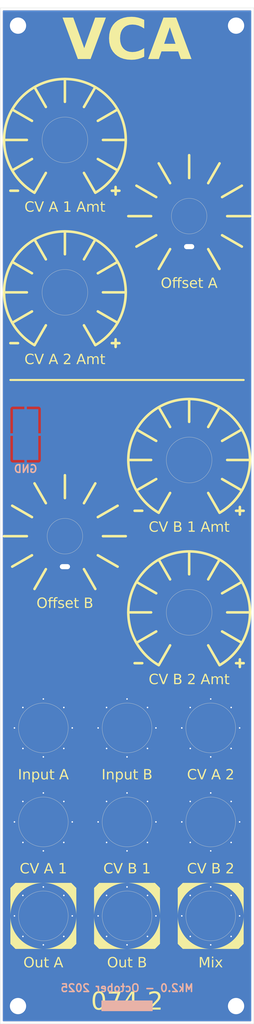
<source format=kicad_pcb>
(kicad_pcb (version 20241229) (generator "pcbnew") (generator_version "9.0")
  (title_block (title "Kosmo Format Front Panel - 5 cm") (company "DMH Instruments"))
  (layers (0 "F.Cu" signal) (2 "B.Cu" signal) (13 "F.Paste" user) (15 "B.Paste" user) (5 "F.SilkS" user "F.Silkscreen") (7 "B.SilkS" user "B.Silkscreen") (1 "F.Mask" user) (3 "B.Mask" user) (25 "Edge.Cuts" user))
  (net 0 "")
  (net 1 "GND")
  (footprint "SynthStuff:Jack_6.35mm_Cutout_v3" (layer "F.Cu") (at 58.5 190.25)
    (property "Reference" "H9")
    (property "Value" "CV A 1" (at 0 9.3 0) (layer "F.SilkS") (effects (font (size 2 2))))
    (fp_circle (center 0 0) (end 0 -4.9) (stroke (width 0.05)) (fill no) (layer "Edge.Cuts"))
    (pad "1" thru_hole circle (at -5.7 0) (size 0.5 0.5) (drill 0.3) (layers "*.Cu" "*.Mask") (net 1 "GND"))
    (pad "1" thru_hole circle (at -4.04 -4.03) (size 0.5 0.5) (drill 0.3) (layers "*.Cu" "*.Mask") (net 1 "GND"))
    (pad "1" thru_hole circle (at -4.03 4.04) (size 0.5 0.5) (drill 0.3) (layers "*.Cu" "*.Mask") (net 1 "GND"))
    (pad "1" thru_hole circle (at 0 -5.7) (size 0.5 0.5) (drill 0.3) (layers "*.Cu" "*.Mask") (net 1 "GND"))
    (pad "1" connect circle (at 0 0) (size 12 12) (layers "F.Cu" "F.Mask") (net 1 "GND"))
    (pad "1" connect circle (at 0 0) (size 12 12) (layers "B.Cu" "B.Mask") (net 1 "GND"))
    (pad "1" thru_hole circle (at 0 5.7) (size 0.5 0.5) (drill 0.3) (layers "*.Cu" "*.Mask") (net 1 "GND"))
    (pad "1" thru_hole circle (at 4.03 4.04) (size 0.5 0.5) (drill 0.3) (layers "*.Cu" "*.Mask") (net 1 "GND"))
    (pad "1" thru_hole circle (at 4.04 -4.03) (size 0.5 0.5) (drill 0.3) (layers "*.Cu" "*.Mask") (net 1 "GND"))
    (pad "1" thru_hole circle (at 5.7 0) (size 0.5 0.5) (drill 0.3) (layers "*.Cu" "*.Mask") (net 1 "GND"))
  )
  (footprint "SynthStuff:MountingHole_Rails" (layer "F.Cu") (at 53.5 226.5)
    (property "Reference" "H3")
    (property "Value" "MountingHole_Rails" (hide yes))
    (pad "1" thru_hole circle (at 0 0) (size 4 4) (drill 3.2) (layers "*.Cu" "*.Mask") (net 1 "GND"))
  )
  (footprint "SynthStuff:Jack_6.35mm_Cutout_v3" (layer "F.Cu") (at 58.5 171.75)
    (property "Reference" "H8")
    (property "Value" "Input A" (at 0 9.3 0) (layer "F.SilkS") (effects (font (size 2 2))))
    (fp_circle (center 0 0) (end 0 -4.9) (stroke (width 0.05)) (fill no) (layer "Edge.Cuts"))
    (pad "1" thru_hole circle (at -5.7 0) (size 0.5 0.5) (drill 0.3) (layers "*.Cu" "*.Mask") (net 1 "GND"))
    (pad "1" thru_hole circle (at -4.04 -4.03) (size 0.5 0.5) (drill 0.3) (layers "*.Cu" "*.Mask") (net 1 "GND"))
    (pad "1" thru_hole circle (at -4.03 4.04) (size 0.5 0.5) (drill 0.3) (layers "*.Cu" "*.Mask") (net 1 "GND"))
    (pad "1" thru_hole circle (at 0 -5.7) (size 0.5 0.5) (drill 0.3) (layers "*.Cu" "*.Mask") (net 1 "GND"))
    (pad "1" connect circle (at 0 0) (size 12 12) (layers "F.Cu" "F.Mask") (net 1 "GND"))
    (pad "1" connect circle (at 0 0) (size 12 12) (layers "B.Cu" "B.Mask") (net 1 "GND"))
    (pad "1" thru_hole circle (at 0 5.7) (size 0.5 0.5) (drill 0.3) (layers "*.Cu" "*.Mask") (net 1 "GND"))
    (pad "1" thru_hole circle (at 4.03 4.04) (size 0.5 0.5) (drill 0.3) (layers "*.Cu" "*.Mask") (net 1 "GND"))
    (pad "1" thru_hole circle (at 4.04 -4.03) (size 0.5 0.5) (drill 0.3) (layers "*.Cu" "*.Mask") (net 1 "GND"))
    (pad "1" thru_hole circle (at 5.7 0) (size 0.5 0.5) (drill 0.3) (layers "*.Cu" "*.Mask") (net 1 "GND"))
  )
  (footprint "SynthStuff:Jack_6.35mm_Cutout_v3" (layer "F.Cu") (at 75 171.75)
    (property "Reference" "H15")
    (property "Value" "Input B" (at 0 9.3 0) (layer "F.SilkS") (effects (font (size 2 2))))
    (fp_circle (center 0 0) (end 0 -4.9) (stroke (width 0.05)) (fill no) (layer "Edge.Cuts"))
    (pad "1" thru_hole circle (at -5.7 0) (size 0.5 0.5) (drill 0.3) (layers "*.Cu" "*.Mask") (net 1 "GND"))
    (pad "1" thru_hole circle (at -4.04 -4.03) (size 0.5 0.5) (drill 0.3) (layers "*.Cu" "*.Mask") (net 1 "GND"))
    (pad "1" thru_hole circle (at -4.03 4.04) (size 0.5 0.5) (drill 0.3) (layers "*.Cu" "*.Mask") (net 1 "GND"))
    (pad "1" thru_hole circle (at 0 -5.7) (size 0.5 0.5) (drill 0.3) (layers "*.Cu" "*.Mask") (net 1 "GND"))
    (pad "1" connect circle (at 0 0) (size 12 12) (layers "F.Cu" "F.Mask") (net 1 "GND"))
    (pad "1" connect circle (at 0 0) (size 12 12) (layers "B.Cu" "B.Mask") (net 1 "GND"))
    (pad "1" thru_hole circle (at 0 5.7) (size 0.5 0.5) (drill 0.3) (layers "*.Cu" "*.Mask") (net 1 "GND"))
    (pad "1" thru_hole circle (at 4.03 4.04) (size 0.5 0.5) (drill 0.3) (layers "*.Cu" "*.Mask") (net 1 "GND"))
    (pad "1" thru_hole circle (at 4.04 -4.03) (size 0.5 0.5) (drill 0.3) (layers "*.Cu" "*.Mask") (net 1 "GND"))
    (pad "1" thru_hole circle (at 5.7 0) (size 0.5 0.5) (drill 0.3) (layers "*.Cu" "*.Mask") (net 1 "GND"))
  )
  (footprint "SynthStuff:Pot_Cutout_Tiny_attv_P110KH1" (layer "F.Cu") (at 87.25 119)
    (property "Reference" "H13")
    (property "Value" "CV B 1 Amt" (at 0 13.3 0) (layer "F.SilkS") (effects (font (size 2 2))))
    (fp_line (start -10.75 10) (end -9.25 10) (stroke (width 0.5)) (layer "F.SilkS"))
    (fp_line (start -7.499998 0) (end -12 0) (stroke (width 0.5)) (layer "F.SilkS"))
    (fp_line (start -6.49301 -3.753771) (end -10.394285 -5.996567) (stroke (width 0.5)) (layer "F.SilkS"))
    (fp_line (start -6.49301 3.753772) (end -10.394227 5.996669) (stroke (width 0.5)) (layer "F.SilkS"))
    (fp_line (start -3.753772 -6.49301) (end -5.996669 -10.394227) (stroke (width 0.5)) (layer "F.SilkS"))
    (fp_line (start -3.753771 6.49301) (end -5.996567 10.394285) (stroke (width 0.5)) (layer "F.SilkS"))
    (fp_line (start 0 -7.5) (end 0 -12) (stroke (width 0.5)) (layer "F.SilkS"))
    (fp_line (start 3.753771 -6.49301) (end 5.996567 -10.394285) (stroke (width 0.5)) (layer "F.SilkS"))
    (fp_line (start 3.753772 6.49301) (end 5.996669 10.394227) (stroke (width 0.5)) (layer "F.SilkS"))
    (fp_line (start 6.49301 -3.753772) (end 10.394227 -5.996669) (stroke (width 0.5)) (layer "F.SilkS"))
    (fp_line (start 6.49301 3.753771) (end 10.394285 5.996567) (stroke (width 0.5)) (layer "F.SilkS"))
    (fp_line (start 7.5 0) (end 12 0) (stroke (width 0.5)) (layer "F.SilkS"))
    (fp_line (start 9.25 10) (end 10.75 10) (stroke (width 0.5)) (layer "F.SilkS"))
    (fp_line (start 10 10.75) (end 10 9.25) (stroke (width 0.5)) (layer "F.SilkS"))
    (fp_arc (start -5.996567 10.394285) (mid -11.591622 -3.103914) (end 0 -11.999999) (stroke (width 0.5)) (layer "F.SilkS"))
    (fp_arc (start 0 -11.999996) (mid 11.591604 -3.103969) (end 5.996669 10.394227) (stroke (width 0.5)) (layer "F.SilkS"))
    (fp_circle (center 0 0) (end 4.5 0) (stroke (width 0.05)) (fill no) (layer "Edge.Cuts"))
    (pad "1" connect circle (at 0 0) (size 12 12) (layers "F.Cu" "F.Mask") (net 1 "GND"))
    (pad "1" connect circle (at 0 0) (size 12 12) (layers "B.Cu" "B.Mask") (net 1 "GND"))
  )
  (footprint "SynthStuff:Pot_Cutout_Tiny_attv_P110KH1" (layer "F.Cu") (at 87.25 149)
    (property "Reference" "H14")
    (property "Value" "CV B 2 Amt" (at 0 13.3 0) (layer "F.SilkS") (effects (font (size 2 2))))
    (fp_line (start -10.75 10) (end -9.25 10) (stroke (width 0.5)) (layer "F.SilkS"))
    (fp_line (start -7.499998 0) (end -12 0) (stroke (width 0.5)) (layer "F.SilkS"))
    (fp_line (start -6.49301 -3.753771) (end -10.394285 -5.996567) (stroke (width 0.5)) (layer "F.SilkS"))
    (fp_line (start -6.49301 3.753772) (end -10.394227 5.996669) (stroke (width 0.5)) (layer "F.SilkS"))
    (fp_line (start -3.753772 -6.49301) (end -5.996669 -10.394227) (stroke (width 0.5)) (layer "F.SilkS"))
    (fp_line (start -3.753771 6.49301) (end -5.996567 10.394285) (stroke (width 0.5)) (layer "F.SilkS"))
    (fp_line (start 0 -7.5) (end 0 -12) (stroke (width 0.5)) (layer "F.SilkS"))
    (fp_line (start 3.753771 -6.49301) (end 5.996567 -10.394285) (stroke (width 0.5)) (layer "F.SilkS"))
    (fp_line (start 3.753772 6.49301) (end 5.996669 10.394227) (stroke (width 0.5)) (layer "F.SilkS"))
    (fp_line (start 6.49301 -3.753772) (end 10.394227 -5.996669) (stroke (width 0.5)) (layer "F.SilkS"))
    (fp_line (start 6.49301 3.753771) (end 10.394285 5.996567) (stroke (width 0.5)) (layer "F.SilkS"))
    (fp_line (start 7.5 0) (end 12 0) (stroke (width 0.5)) (layer "F.SilkS"))
    (fp_line (start 9.25 10) (end 10.75 10) (stroke (width 0.5)) (layer "F.SilkS"))
    (fp_line (start 10 10.75) (end 10 9.25) (stroke (width 0.5)) (layer "F.SilkS"))
    (fp_arc (start -5.996567 10.394285) (mid -11.591622 -3.103914) (end 0 -11.999999) (stroke (width 0.5)) (layer "F.SilkS"))
    (fp_arc (start 0 -11.999996) (mid 11.591604 -3.103969) (end 5.996669 10.394227) (stroke (width 0.5)) (layer "F.SilkS"))
    (fp_circle (center 0 0) (end 4.5 0) (stroke (width 0.05)) (fill no) (layer "Edge.Cuts"))
    (pad "1" connect circle (at 0 0) (size 12 12) (layers "F.Cu" "F.Mask") (net 1 "GND"))
    (pad "1" connect circle (at 0 0) (size 12 12) (layers "B.Cu" "B.Mask") (net 1 "GND"))
  )
  (footprint "SynthStuff:Jack_6.35mm_Cutout_v3" (layer "F.Cu") (at 75 190.25)
    (property "Reference" "H17")
    (property "Value" "CV B 1" (at 0 9.3 0) (layer "F.SilkS") (effects (font (size 2 2))))
    (fp_circle (center 0 0) (end 0 -4.9) (stroke (width 0.05)) (fill no) (layer "Edge.Cuts"))
    (pad "1" thru_hole circle (at -5.7 0) (size 0.5 0.5) (drill 0.3) (layers "*.Cu" "*.Mask") (net 1 "GND"))
    (pad "1" thru_hole circle (at -4.04 -4.03) (size 0.5 0.5) (drill 0.3) (layers "*.Cu" "*.Mask") (net 1 "GND"))
    (pad "1" thru_hole circle (at -4.03 4.04) (size 0.5 0.5) (drill 0.3) (layers "*.Cu" "*.Mask") (net 1 "GND"))
    (pad "1" thru_hole circle (at 0 -5.7) (size 0.5 0.5) (drill 0.3) (layers "*.Cu" "*.Mask") (net 1 "GND"))
    (pad "1" connect circle (at 0 0) (size 12 12) (layers "F.Cu" "F.Mask") (net 1 "GND"))
    (pad "1" connect circle (at 0 0) (size 12 12) (layers "B.Cu" "B.Mask") (net 1 "GND"))
    (pad "1" thru_hole circle (at 0 5.7) (size 0.5 0.5) (drill 0.3) (layers "*.Cu" "*.Mask") (net 1 "GND"))
    (pad "1" thru_hole circle (at 4.03 4.04) (size 0.5 0.5) (drill 0.3) (layers "*.Cu" "*.Mask") (net 1 "GND"))
    (pad "1" thru_hole circle (at 4.04 -4.03) (size 0.5 0.5) (drill 0.3) (layers "*.Cu" "*.Mask") (net 1 "GND"))
    (pad "1" thru_hole circle (at 5.7 0) (size 0.5 0.5) (drill 0.3) (layers "*.Cu" "*.Mask") (net 1 "GND"))
  )
  (footprint "SynthStuff:Jack_6.35mm_Cutout_v3" (layer "F.Cu") (at 91.5 171.75)
    (property "Reference" "H10")
    (property "Value" "CV A 2" (at 0 9.3 0) (layer "F.SilkS") (effects (font (size 2 2))))
    (fp_circle (center 0 0) (end 0 -4.9) (stroke (width 0.05)) (fill no) (layer "Edge.Cuts"))
    (pad "1" thru_hole circle (at -5.7 0) (size 0.5 0.5) (drill 0.3) (layers "*.Cu" "*.Mask") (net 1 "GND"))
    (pad "1" thru_hole circle (at -4.04 -4.03) (size 0.5 0.5) (drill 0.3) (layers "*.Cu" "*.Mask") (net 1 "GND"))
    (pad "1" thru_hole circle (at -4.03 4.04) (size 0.5 0.5) (drill 0.3) (layers "*.Cu" "*.Mask") (net 1 "GND"))
    (pad "1" thru_hole circle (at 0 -5.7) (size 0.5 0.5) (drill 0.3) (layers "*.Cu" "*.Mask") (net 1 "GND"))
    (pad "1" connect circle (at 0 0) (size 12 12) (layers "F.Cu" "F.Mask") (net 1 "GND"))
    (pad "1" connect circle (at 0 0) (size 12 12) (layers "B.Cu" "B.Mask") (net 1 "GND"))
    (pad "1" thru_hole circle (at 0 5.7) (size 0.5 0.5) (drill 0.3) (layers "*.Cu" "*.Mask") (net 1 "GND"))
    (pad "1" thru_hole circle (at 4.03 4.04) (size 0.5 0.5) (drill 0.3) (layers "*.Cu" "*.Mask") (net 1 "GND"))
    (pad "1" thru_hole circle (at 4.04 -4.03) (size 0.5 0.5) (drill 0.3) (layers "*.Cu" "*.Mask") (net 1 "GND"))
    (pad "1" thru_hole circle (at 5.7 0) (size 0.5 0.5) (drill 0.3) (layers "*.Cu" "*.Mask") (net 1 "GND"))
  )
  (footprint "SynthStuff:Pot_Cutout_Tiny" (layer "F.Cu") (at 87.25 71)
    (property "Reference" "H5")
    (property "Value" "Offset A" (at 0 13.3 0) (layer "F.SilkS") (effects (font (size 2 2))))
    (fp_line (start -7.499998 0) (end -12 0) (stroke (width 0.5)) (layer "F.SilkS"))
    (fp_line (start -6.49301 -3.753771) (end -10.394285 -5.996567) (stroke (width 0.5)) (layer "F.SilkS"))
    (fp_line (start -6.49301 3.753772) (end -10.394227 5.996669) (stroke (width 0.5)) (layer "F.SilkS"))
    (fp_line (start -3.753772 -6.49301) (end -5.996669 -10.394227) (stroke (width 0.5)) (layer "F.SilkS"))
    (fp_line (start -3.753771 6.49301) (end -5.996567 10.394285) (stroke (width 0.5)) (layer "F.SilkS"))
    (fp_line (start 0 -7.5) (end 0 -12) (stroke (width 0.5)) (layer "F.SilkS"))
    (fp_line (start 3.753771 -6.49301) (end 5.996567 -10.394285) (stroke (width 0.5)) (layer "F.SilkS"))
    (fp_line (start 3.753772 6.49301) (end 5.996669 10.394227) (stroke (width 0.5)) (layer "F.SilkS"))
    (fp_line (start 6.49301 -3.753772) (end 10.394227 -5.996669) (stroke (width 0.5)) (layer "F.SilkS"))
    (fp_line (start 6.49301 3.753771) (end 10.394285 5.996567) (stroke (width 0.5)) (layer "F.SilkS"))
    (fp_line (start 7.5 0) (end 12 0) (stroke (width 0.5)) (layer "F.SilkS"))
    (fp_circle (center 0 0) (end 0 3.5) (stroke (width 0.05)) (fill no) (layer "Edge.Cuts"))
    (pad "1" connect circle (at 0 0) (size 12 12) (layers "F.Cu" "F.Mask") (net 1 "GND"))
    (pad "1" connect circle (at 0 0) (size 12 12) (layers "B.Cu" "B.Mask") (net 1 "GND"))
    (pad "1" thru_hole oval (at 0 6) (size 2.5 1.5) (drill oval 2 1) (layers "*.Cu" "*.Mask") (net 1 "GND"))
  )
  (footprint "SynthStuff:Jack_6.35mm_Cutout_Output_v6" (layer "F.Cu") (at 58.5 208.75)
    (property "Reference" "H11")
    (property "Value" "Out A" (at 0 9.3 0) (layer "F.SilkS") (effects (font (size 2 2))))
    (fp_poly (pts (xy -6.5 5.5) (arc (start -6.5 0) (mid -4.596194 4.596194) (end 0 6.5)) (xy -5.5 6.5)) (fill yes) (layer "F.SilkS"))
    (fp_poly (pts (xy -5.5 -6.5) (arc (start 0 -6.5) (mid -4.596194 -4.596194) (end -6.5 0)) (xy -6.5 -5.5)) (fill yes) (layer "F.SilkS"))
    (fp_poly (pts (xy 5.5 6.5) (arc (start 0 6.5) (mid 4.596194 4.596194) (end 6.5 0)) (xy 6.5 5.5)) (fill yes) (layer "F.SilkS"))
    (fp_poly (pts (xy 6.5 -5.5) (arc (start 6.5 0) (mid 4.596194 -4.596194) (end 0 -6.5)) (xy 5.5 -6.5)) (fill yes) (layer "F.SilkS"))
    (fp_circle (center 0 0) (end 0 -4.9) (stroke (width 0.05)) (fill no) (layer "Edge.Cuts"))
    (pad "1" thru_hole circle (at -5.7 0) (size 0.5 0.5) (drill 0.3) (layers "*.Cu" "*.Mask") (net 1 "GND"))
    (pad "1" thru_hole circle (at -4.04 -4.03) (size 0.5 0.5) (drill 0.3) (layers "*.Cu" "*.Mask") (net 1 "GND"))
    (pad "1" thru_hole circle (at -4.03 4.04) (size 0.5 0.5) (drill 0.3) (layers "*.Cu" "*.Mask") (net 1 "GND"))
    (pad "1" thru_hole circle (at 0 -5.7) (size 0.5 0.5) (drill 0.3) (layers "*.Cu" "*.Mask") (net 1 "GND"))
    (pad "1" connect circle (at 0 0) (size 12 12) (layers "F.Cu" "F.Mask") (net 1 "GND"))
    (pad "1" connect circle (at 0 0) (size 12 12) (layers "B.Cu" "B.Mask") (net 1 "GND"))
    (pad "1" thru_hole circle (at 0 5.7) (size 0.5 0.5) (drill 0.3) (layers "*.Cu" "*.Mask") (net 1 "GND"))
    (pad "1" thru_hole circle (at 4.03 4.04) (size 0.5 0.5) (drill 0.3) (layers "*.Cu" "*.Mask") (net 1 "GND"))
    (pad "1" thru_hole circle (at 4.04 -4.03) (size 0.5 0.5) (drill 0.3) (layers "*.Cu" "*.Mask") (net 1 "GND"))
    (pad "1" thru_hole circle (at 5.7 0) (size 0.5 0.5) (drill 0.3) (layers "*.Cu" "*.Mask") (net 1 "GND"))
  )
  (footprint "SynthStuff:Jack_6.35mm_Cutout_Output_v6" (layer "F.Cu") (at 91.5 208.75)
    (property "Reference" "H19")
    (property "Value" "Mix" (at 0 9.3 0) (layer "F.SilkS") (effects (font (size 2 2))))
    (fp_poly (pts (xy -6.5 5.5) (arc (start -6.5 0) (mid -4.596194 4.596194) (end 0 6.5)) (xy -5.5 6.5)) (fill yes) (layer "F.SilkS"))
    (fp_poly (pts (xy -5.5 -6.5) (arc (start 0 -6.5) (mid -4.596194 -4.596194) (end -6.5 0)) (xy -6.5 -5.5)) (fill yes) (layer "F.SilkS"))
    (fp_poly (pts (xy 5.5 6.5) (arc (start 0 6.5) (mid 4.596194 4.596194) (end 6.5 0)) (xy 6.5 5.5)) (fill yes) (layer "F.SilkS"))
    (fp_poly (pts (xy 6.5 -5.5) (arc (start 6.5 0) (mid 4.596194 -4.596194) (end 0 -6.5)) (xy 5.5 -6.5)) (fill yes) (layer "F.SilkS"))
    (fp_circle (center 0 0) (end 0 -4.9) (stroke (width 0.05)) (fill no) (layer "Edge.Cuts"))
    (pad "1" thru_hole circle (at -5.7 0) (size 0.5 0.5) (drill 0.3) (layers "*.Cu" "*.Mask") (net 1 "GND"))
    (pad "1" thru_hole circle (at -4.04 -4.03) (size 0.5 0.5) (drill 0.3) (layers "*.Cu" "*.Mask") (net 1 "GND"))
    (pad "1" thru_hole circle (at -4.03 4.04) (size 0.5 0.5) (drill 0.3) (layers "*.Cu" "*.Mask") (net 1 "GND"))
    (pad "1" thru_hole circle (at 0 -5.7) (size 0.5 0.5) (drill 0.3) (layers "*.Cu" "*.Mask") (net 1 "GND"))
    (pad "1" connect circle (at 0 0) (size 12 12) (layers "F.Cu" "F.Mask") (net 1 "GND"))
    (pad "1" connect circle (at 0 0) (size 12 12) (layers "B.Cu" "B.Mask") (net 1 "GND"))
    (pad "1" thru_hole circle (at 0 5.7) (size 0.5 0.5) (drill 0.3) (layers "*.Cu" "*.Mask") (net 1 "GND"))
    (pad "1" thru_hole circle (at 4.03 4.04) (size 0.5 0.5) (drill 0.3) (layers "*.Cu" "*.Mask") (net 1 "GND"))
    (pad "1" thru_hole circle (at 4.04 -4.03) (size 0.5 0.5) (drill 0.3) (layers "*.Cu" "*.Mask") (net 1 "GND"))
    (pad "1" thru_hole circle (at 5.7 0) (size 0.5 0.5) (drill 0.3) (layers "*.Cu" "*.Mask") (net 1 "GND"))
  )
  (footprint "SynthStuff:MountingHole_Rails" (layer "F.Cu") (at 96.5 33.5)
    (property "Reference" "H2")
    (property "Value" "MountingHole_Rails" (hide yes))
    (pad "1" thru_hole circle (at 0 0) (size 4 4) (drill 3.2) (layers "*.Cu" "*.Mask") (net 1 "GND"))
  )
  (footprint "SynthStuff:MountingHole_Rails" (layer "F.Cu") (at 96.5 226.5)
    (property "Reference" "H4")
    (property "Value" "MountingHole_Rails" (hide yes))
    (pad "1" thru_hole circle (at 0 0) (size 4 4) (drill 3.2) (layers "*.Cu" "*.Mask") (net 1 "GND"))
  )
  (footprint "SynthStuff:Jack_6.35mm_Cutout_v3" (layer "F.Cu") (at 91.5 190.25)
    (property "Reference" "H18")
    (property "Value" "CV B 2" (at 0 9.3 0) (layer "F.SilkS") (effects (font (size 2 2))))
    (fp_circle (center 0 0) (end 0 -4.9) (stroke (width 0.05)) (fill no) (layer "Edge.Cuts"))
    (pad "1" thru_hole circle (at -5.7 0) (size 0.5 0.5) (drill 0.3) (layers "*.Cu" "*.Mask") (net 1 "GND"))
    (pad "1" thru_hole circle (at -4.04 -4.03) (size 0.5 0.5) (drill 0.3) (layers "*.Cu" "*.Mask") (net 1 "GND"))
    (pad "1" thru_hole circle (at -4.03 4.04) (size 0.5 0.5) (drill 0.3) (layers "*.Cu" "*.Mask") (net 1 "GND"))
    (pad "1" thru_hole circle (at 0 -5.7) (size 0.5 0.5) (drill 0.3) (layers "*.Cu" "*.Mask") (net 1 "GND"))
    (pad "1" connect circle (at 0 0) (size 12 12) (layers "F.Cu" "F.Mask") (net 1 "GND"))
    (pad "1" connect circle (at 0 0) (size 12 12) (layers "B.Cu" "B.Mask") (net 1 "GND"))
    (pad "1" thru_hole circle (at 0 5.7) (size 0.5 0.5) (drill 0.3) (layers "*.Cu" "*.Mask") (net 1 "GND"))
    (pad "1" thru_hole circle (at 4.03 4.04) (size 0.5 0.5) (drill 0.3) (layers "*.Cu" "*.Mask") (net 1 "GND"))
    (pad "1" thru_hole circle (at 4.04 -4.03) (size 0.5 0.5) (drill 0.3) (layers "*.Cu" "*.Mask") (net 1 "GND"))
    (pad "1" thru_hole circle (at 5.7 0) (size 0.5 0.5) (drill 0.3) (layers "*.Cu" "*.Mask") (net 1 "GND"))
  )
  (footprint "SynthStuff:Pot_Cutout_Tiny_attv_P110KH1" (layer "F.Cu") (at 62.75 56)
    (property "Reference" "H6")
    (property "Value" "CV A 1 Amt" (at 0 13.3 0) (layer "F.SilkS") (effects (font (size 2 2))))
    (fp_line (start -10.75 10) (end -9.25 10) (stroke (width 0.5)) (layer "F.SilkS"))
    (fp_line (start -7.499998 0) (end -12 0) (stroke (width 0.5)) (layer "F.SilkS"))
    (fp_line (start -6.49301 -3.753771) (end -10.394285 -5.996567) (stroke (width 0.5)) (layer "F.SilkS"))
    (fp_line (start -6.49301 3.753772) (end -10.394227 5.996669) (stroke (width 0.5)) (layer "F.SilkS"))
    (fp_line (start -3.753772 -6.49301) (end -5.996669 -10.394227) (stroke (width 0.5)) (layer "F.SilkS"))
    (fp_line (start -3.753771 6.49301) (end -5.996567 10.394285) (stroke (width 0.5)) (layer "F.SilkS"))
    (fp_line (start 0 -7.5) (end 0 -12) (stroke (width 0.5)) (layer "F.SilkS"))
    (fp_line (start 3.753771 -6.49301) (end 5.996567 -10.394285) (stroke (width 0.5)) (layer "F.SilkS"))
    (fp_line (start 3.753772 6.49301) (end 5.996669 10.394227) (stroke (width 0.5)) (layer "F.SilkS"))
    (fp_line (start 6.49301 -3.753772) (end 10.394227 -5.996669) (stroke (width 0.5)) (layer "F.SilkS"))
    (fp_line (start 6.49301 3.753771) (end 10.394285 5.996567) (stroke (width 0.5)) (layer "F.SilkS"))
    (fp_line (start 7.5 0) (end 12 0) (stroke (width 0.5)) (layer "F.SilkS"))
    (fp_line (start 9.25 10) (end 10.75 10) (stroke (width 0.5)) (layer "F.SilkS"))
    (fp_line (start 10 10.75) (end 10 9.25) (stroke (width 0.5)) (layer "F.SilkS"))
    (fp_arc (start -5.996567 10.394285) (mid -11.591622 -3.103914) (end 0 -11.999999) (stroke (width 0.5)) (layer "F.SilkS"))
    (fp_arc (start 0 -11.999996) (mid 11.591604 -3.103969) (end 5.996669 10.394227) (stroke (width 0.5)) (layer "F.SilkS"))
    (fp_circle (center 0 0) (end 4.5 0) (stroke (width 0.05)) (fill no) (layer "Edge.Cuts"))
    (pad "1" connect circle (at 0 0) (size 12 12) (layers "F.Cu" "F.Mask") (net 1 "GND"))
    (pad "1" connect circle (at 0 0) (size 12 12) (layers "B.Cu" "B.Mask") (net 1 "GND"))
  )
  (footprint "SynthStuff:MountingHole_Rails" (layer "F.Cu") (at 53.5 33.5)
    (property "Reference" "H1")
    (property "Value" "MountingHole_Rails" (hide yes))
    (pad "1" thru_hole circle (at 0 0) (size 4 4) (drill 3.2) (layers "*.Cu" "*.Mask") (net 1 "GND"))
  )
  (footprint "SynthStuff:Pot_Cutout_Tiny_attv_P110KH1" (layer "F.Cu") (at 62.75 86)
    (property "Reference" "H7")
    (property "Value" "CV A 2 Amt" (at 0 13.3 0) (layer "F.SilkS") (effects (font (size 2 2))))
    (fp_line (start -10.75 10) (end -9.25 10) (stroke (width 0.5)) (layer "F.SilkS"))
    (fp_line (start -7.499998 0) (end -12 0) (stroke (width 0.5)) (layer "F.SilkS"))
    (fp_line (start -6.49301 -3.753771) (end -10.394285 -5.996567) (stroke (width 0.5)) (layer "F.SilkS"))
    (fp_line (start -6.49301 3.753772) (end -10.394227 5.996669) (stroke (width 0.5)) (layer "F.SilkS"))
    (fp_line (start -3.753772 -6.49301) (end -5.996669 -10.394227) (stroke (width 0.5)) (layer "F.SilkS"))
    (fp_line (start -3.753771 6.49301) (end -5.996567 10.394285) (stroke (width 0.5)) (layer "F.SilkS"))
    (fp_line (start 0 -7.5) (end 0 -12) (stroke (width 0.5)) (layer "F.SilkS"))
    (fp_line (start 3.753771 -6.49301) (end 5.996567 -10.394285) (stroke (width 0.5)) (layer "F.SilkS"))
    (fp_line (start 3.753772 6.49301) (end 5.996669 10.394227) (stroke (width 0.5)) (layer "F.SilkS"))
    (fp_line (start 6.49301 -3.753772) (end 10.394227 -5.996669) (stroke (width 0.5)) (layer "F.SilkS"))
    (fp_line (start 6.49301 3.753771) (end 10.394285 5.996567) (stroke (width 0.5)) (layer "F.SilkS"))
    (fp_line (start 7.5 0) (end 12 0) (stroke (width 0.5)) (layer "F.SilkS"))
    (fp_line (start 9.25 10) (end 10.75 10) (stroke (width 0.5)) (layer "F.SilkS"))
    (fp_line (start 10 10.75) (end 10 9.25) (stroke (width 0.5)) (layer "F.SilkS"))
    (fp_arc (start -5.996567 10.394285) (mid -11.591622 -3.103914) (end 0 -11.999999) (stroke (width 0.5)) (layer "F.SilkS"))
    (fp_arc (start 0 -11.999996) (mid 11.591604 -3.103969) (end 5.996669 10.394227) (stroke (width 0.5)) (layer "F.SilkS"))
    (fp_circle (center 0 0) (end 4.5 0) (stroke (width 0.05)) (fill no) (layer "Edge.Cuts"))
    (pad "1" connect circle (at 0 0) (size 12 12) (layers "F.Cu" "F.Mask") (net 1 "GND"))
    (pad "1" connect circle (at 0 0) (size 12 12) (layers "B.Cu" "B.Mask") (net 1 "GND"))
  )
  (footprint "SynthStuff:Jack_6.35mm_Cutout_Output_v6" (layer "F.Cu") (at 75 208.75)
    (property "Reference" "H16")
    (property "Value" "Out B" (at 0 9.3 0) (layer "F.SilkS") (effects (font (size 2 2))))
    (fp_poly (pts (xy -6.5 5.5) (arc (start -6.5 0) (mid -4.596194 4.596194) (end 0 6.5)) (xy -5.5 6.5)) (fill yes) (layer "F.SilkS"))
    (fp_poly (pts (xy -5.5 -6.5) (arc (start 0 -6.5) (mid -4.596194 -4.596194) (end -6.5 0)) (xy -6.5 -5.5)) (fill yes) (layer "F.SilkS"))
    (fp_poly (pts (xy 5.5 6.5) (arc (start 0 6.5) (mid 4.596194 4.596194) (end 6.5 0)) (xy 6.5 5.5)) (fill yes) (layer "F.SilkS"))
    (fp_poly (pts (xy 6.5 -5.5) (arc (start 6.5 0) (mid 4.596194 -4.596194) (end 0 -6.5)) (xy 5.5 -6.5)) (fill yes) (layer "F.SilkS"))
    (fp_circle (center 0 0) (end 0 -4.9) (stroke (width 0.05)) (fill no) (layer "Edge.Cuts"))
    (pad "1" thru_hole circle (at -5.7 0) (size 0.5 0.5) (drill 0.3) (layers "*.Cu" "*.Mask") (net 1 "GND"))
    (pad "1" thru_hole circle (at -4.04 -4.03) (size 0.5 0.5) (drill 0.3) (layers "*.Cu" "*.Mask") (net 1 "GND"))
    (pad "1" thru_hole circle (at -4.03 4.04) (size 0.5 0.5) (drill 0.3) (layers "*.Cu" "*.Mask") (net 1 "GND"))
    (pad "1" thru_hole circle (at 0 -5.7) (size 0.5 0.5) (drill 0.3) (layers "*.Cu" "*.Mask") (net 1 "GND"))
    (pad "1" connect circle (at 0 0) (size 12 12) (layers "F.Cu" "F.Mask") (net 1 "GND"))
    (pad "1" connect circle (at 0 0) (size 12 12) (layers "B.Cu" "B.Mask") (net 1 "GND"))
    (pad "1" thru_hole circle (at 0 5.7) (size 0.5 0.5) (drill 0.3) (layers "*.Cu" "*.Mask") (net 1 "GND"))
    (pad "1" thru_hole circle (at 4.03 4.04) (size 0.5 0.5) (drill 0.3) (layers "*.Cu" "*.Mask") (net 1 "GND"))
    (pad "1" thru_hole circle (at 4.04 -4.03) (size 0.5 0.5) (drill 0.3) (layers "*.Cu" "*.Mask") (net 1 "GND"))
    (pad "1" thru_hole circle (at 5.7 0) (size 0.5 0.5) (drill 0.3) (layers "*.Cu" "*.Mask") (net 1 "GND"))
  )
  (footprint "SynthStuff:Pot_Cutout_Tiny" (layer "F.Cu") (at 62.75 134)
    (property "Reference" "H12")
    (property "Value" "Offset B" (at 0 13.3 0) (layer "F.SilkS") (effects (font (size 2 2))))
    (fp_line (start -7.499998 0) (end -12 0) (stroke (width 0.5)) (layer "F.SilkS"))
    (fp_line (start -6.49301 -3.753771) (end -10.394285 -5.996567) (stroke (width 0.5)) (layer "F.SilkS"))
    (fp_line (start -6.49301 3.753772) (end -10.394227 5.996669) (stroke (width 0.5)) (layer "F.SilkS"))
    (fp_line (start -3.753772 -6.49301) (end -5.996669 -10.394227) (stroke (width 0.5)) (layer "F.SilkS"))
    (fp_line (start -3.753771 6.49301) (end -5.996567 10.394285) (stroke (width 0.5)) (layer "F.SilkS"))
    (fp_line (start 0 -7.5) (end 0 -12) (stroke (width 0.5)) (layer "F.SilkS"))
    (fp_line (start 3.753771 -6.49301) (end 5.996567 -10.394285) (stroke (width 0.5)) (layer "F.SilkS"))
    (fp_line (start 3.753772 6.49301) (end 5.996669 10.394227) (stroke (width 0.5)) (layer "F.SilkS"))
    (fp_line (start 6.49301 -3.753772) (end 10.394227 -5.996669) (stroke (width 0.5)) (layer "F.SilkS"))
    (fp_line (start 6.49301 3.753771) (end 10.394285 5.996567) (stroke (width 0.5)) (layer "F.SilkS"))
    (fp_line (start 7.5 0) (end 12 0) (stroke (width 0.5)) (layer "F.SilkS"))
    (fp_circle (center 0 0) (end 0 3.5) (stroke (width 0.05)) (fill no) (layer "Edge.Cuts"))
    (pad "1" connect circle (at 0 0) (size 12 12) (layers "F.Cu" "F.Mask") (net 1 "GND"))
    (pad "1" connect circle (at 0 0) (size 12 12) (layers "B.Cu" "B.Mask") (net 1 "GND"))
    (pad "1" thru_hole oval (at 0 6) (size 2.5 1.5) (drill oval 2 1) (layers "*.Cu" "*.Mask") (net 1 "GND"))
  )
  (footprint "SynthStuff:Panel_GND_SolderWirePad_5x10mm" (layer "B.Cu") (at 55 114 180)
    (property "Reference" "J0" (hide yes))
    (property "Value" "Panel_GND_Solder_Wire_Pad" (hide yes))
    (property "Function" "GND" (at 0 -6.75 0) (layer "B.SilkS") (effects (font (size 1.5 1.5) (thickness 0.3) (bold yes)) (justify mirror)))
    (pad "1" smd rect (at 0 0 180) (size 5 10) (layers "B.Cu" "B.Mask" "B.Paste") (net 1 "GND"))
  )
  (gr_line (start 52 103.25) (end 98 103.25) (stroke (width 0.4)) (layer "F.SilkS"))
  (gr_rect (start 70 225.45) (end 80 227.45) (stroke (width 0.1)) (fill yes) (layer "B.SilkS"))
  (gr_rect (start 50 30) (end 100 230) (stroke (width 0.05)) (fill no) (layer "Edge.Cuts"))
  (gr_text "VCA" (at 75 36.75 0) (layer "F.SilkS") (effects (font (size 8 8) (thickness 0.8) (bold yes))))
  (gr_text "074-2" (at 75 225.75 0) (layer "F.SilkS") (effects (font (size 3.5 3.5) (thickness 0.875))))
  (gr_text "Mk2.0 - October 2025" (at 75 222.95 0) (layer "B.SilkS") (effects (font (size 1.5 1.5) (thickness 0.3) (bold yes)) (justify mirror)))
  (zone (net 1) (net_name "GND") (layers "F.Cu" "B.Cu") (name "GroundPlane") (connect_pads yes (clearance 0.5)) (min_thickness 0.25) (fill yes (thermal_gap 0.5) (thermal_bridge_width 0.5))
    (polygon (pts (xy 50 30) (xy 100 30) (xy 100 230) (xy 50 230)))
  )
)
</source>
